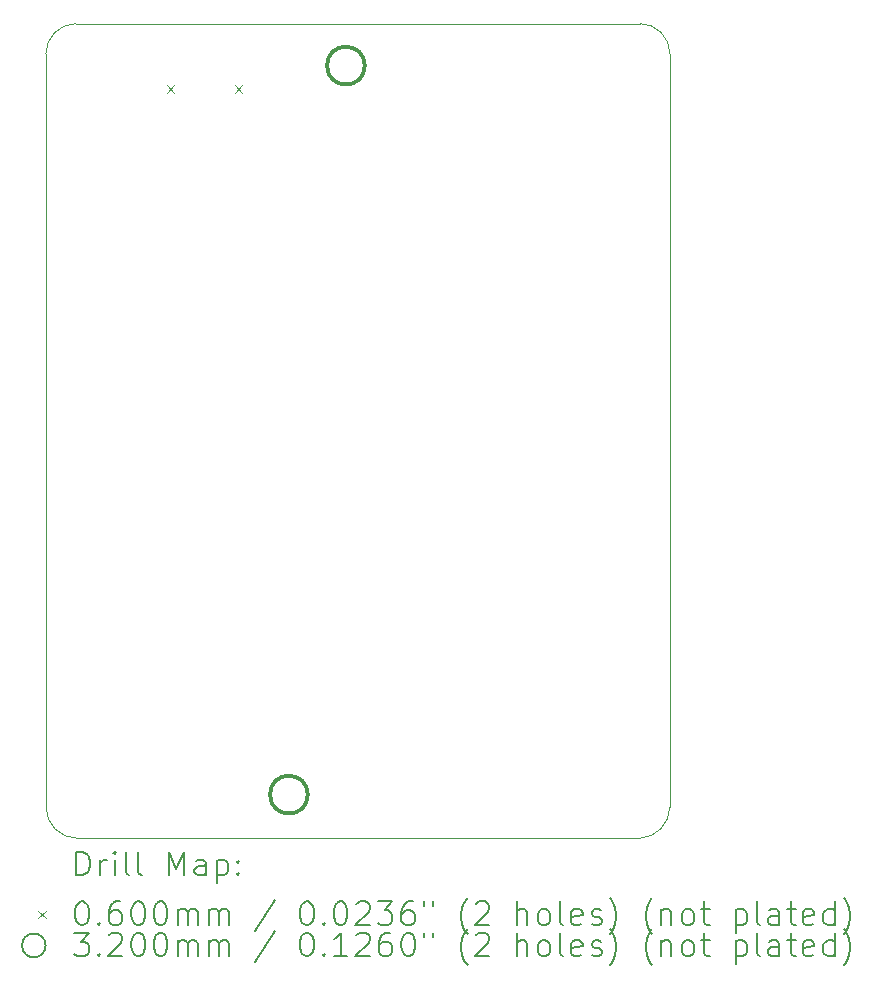
<source format=gbr>
%TF.GenerationSoftware,KiCad,Pcbnew,8.0.0*%
%TF.CreationDate,2024-04-15T20:03:40+02:00*%
%TF.ProjectId,MuntsorteerderESP,4d756e74-736f-4727-9465-657264657245,rev?*%
%TF.SameCoordinates,Original*%
%TF.FileFunction,Drillmap*%
%TF.FilePolarity,Positive*%
%FSLAX45Y45*%
G04 Gerber Fmt 4.5, Leading zero omitted, Abs format (unit mm)*
G04 Created by KiCad (PCBNEW 8.0.0) date 2024-04-15 20:03:40*
%MOMM*%
%LPD*%
G01*
G04 APERTURE LIST*
%ADD10C,0.050000*%
%ADD11C,0.200000*%
%ADD12C,0.100000*%
%ADD13C,0.320000*%
G04 APERTURE END LIST*
D10*
X12192000Y-9271000D02*
X12191994Y-2897405D01*
X12446000Y-2641600D02*
X17221200Y-2641600D01*
X12458705Y-9539505D02*
G75*
G02*
X12191999Y-9271000I1805J268505D01*
G01*
X12191994Y-2897405D02*
G75*
G02*
X12446000Y-2641600I255816J-5D01*
G01*
X17475200Y-9271000D02*
G75*
G02*
X17218396Y-9539504I-268770J0D01*
G01*
X17475200Y-2895600D02*
X17475200Y-9271000D01*
X17218396Y-9539505D02*
X12458705Y-9539505D01*
X17221200Y-2641600D02*
G75*
G02*
X17475200Y-2895600I0J-254000D01*
G01*
D11*
D12*
X13218500Y-3165000D02*
X13278500Y-3225000D01*
X13278500Y-3165000D02*
X13218500Y-3225000D01*
X13796500Y-3165000D02*
X13856500Y-3225000D01*
X13856500Y-3165000D02*
X13796500Y-3225000D01*
D13*
X14409400Y-9169400D02*
G75*
G02*
X14089400Y-9169400I-160000J0D01*
G01*
X14089400Y-9169400D02*
G75*
G02*
X14409400Y-9169400I160000J0D01*
G01*
X14892000Y-2997200D02*
G75*
G02*
X14572000Y-2997200I-160000J0D01*
G01*
X14572000Y-2997200D02*
G75*
G02*
X14892000Y-2997200I160000J0D01*
G01*
D11*
X12450270Y-9853489D02*
X12450270Y-9653489D01*
X12450270Y-9653489D02*
X12497889Y-9653489D01*
X12497889Y-9653489D02*
X12526461Y-9663013D01*
X12526461Y-9663013D02*
X12545509Y-9682060D01*
X12545509Y-9682060D02*
X12555032Y-9701108D01*
X12555032Y-9701108D02*
X12564556Y-9739203D01*
X12564556Y-9739203D02*
X12564556Y-9767775D01*
X12564556Y-9767775D02*
X12555032Y-9805870D01*
X12555032Y-9805870D02*
X12545509Y-9824917D01*
X12545509Y-9824917D02*
X12526461Y-9843965D01*
X12526461Y-9843965D02*
X12497889Y-9853489D01*
X12497889Y-9853489D02*
X12450270Y-9853489D01*
X12650270Y-9853489D02*
X12650270Y-9720155D01*
X12650270Y-9758251D02*
X12659794Y-9739203D01*
X12659794Y-9739203D02*
X12669318Y-9729679D01*
X12669318Y-9729679D02*
X12688366Y-9720155D01*
X12688366Y-9720155D02*
X12707413Y-9720155D01*
X12774080Y-9853489D02*
X12774080Y-9720155D01*
X12774080Y-9653489D02*
X12764556Y-9663013D01*
X12764556Y-9663013D02*
X12774080Y-9672536D01*
X12774080Y-9672536D02*
X12783604Y-9663013D01*
X12783604Y-9663013D02*
X12774080Y-9653489D01*
X12774080Y-9653489D02*
X12774080Y-9672536D01*
X12897889Y-9853489D02*
X12878842Y-9843965D01*
X12878842Y-9843965D02*
X12869318Y-9824917D01*
X12869318Y-9824917D02*
X12869318Y-9653489D01*
X13002651Y-9853489D02*
X12983604Y-9843965D01*
X12983604Y-9843965D02*
X12974080Y-9824917D01*
X12974080Y-9824917D02*
X12974080Y-9653489D01*
X13231223Y-9853489D02*
X13231223Y-9653489D01*
X13231223Y-9653489D02*
X13297890Y-9796346D01*
X13297890Y-9796346D02*
X13364556Y-9653489D01*
X13364556Y-9653489D02*
X13364556Y-9853489D01*
X13545509Y-9853489D02*
X13545509Y-9748727D01*
X13545509Y-9748727D02*
X13535985Y-9729679D01*
X13535985Y-9729679D02*
X13516937Y-9720155D01*
X13516937Y-9720155D02*
X13478842Y-9720155D01*
X13478842Y-9720155D02*
X13459794Y-9729679D01*
X13545509Y-9843965D02*
X13526461Y-9853489D01*
X13526461Y-9853489D02*
X13478842Y-9853489D01*
X13478842Y-9853489D02*
X13459794Y-9843965D01*
X13459794Y-9843965D02*
X13450270Y-9824917D01*
X13450270Y-9824917D02*
X13450270Y-9805870D01*
X13450270Y-9805870D02*
X13459794Y-9786822D01*
X13459794Y-9786822D02*
X13478842Y-9777298D01*
X13478842Y-9777298D02*
X13526461Y-9777298D01*
X13526461Y-9777298D02*
X13545509Y-9767775D01*
X13640747Y-9720155D02*
X13640747Y-9920155D01*
X13640747Y-9729679D02*
X13659794Y-9720155D01*
X13659794Y-9720155D02*
X13697890Y-9720155D01*
X13697890Y-9720155D02*
X13716937Y-9729679D01*
X13716937Y-9729679D02*
X13726461Y-9739203D01*
X13726461Y-9739203D02*
X13735985Y-9758251D01*
X13735985Y-9758251D02*
X13735985Y-9815394D01*
X13735985Y-9815394D02*
X13726461Y-9834441D01*
X13726461Y-9834441D02*
X13716937Y-9843965D01*
X13716937Y-9843965D02*
X13697890Y-9853489D01*
X13697890Y-9853489D02*
X13659794Y-9853489D01*
X13659794Y-9853489D02*
X13640747Y-9843965D01*
X13821699Y-9834441D02*
X13831223Y-9843965D01*
X13831223Y-9843965D02*
X13821699Y-9853489D01*
X13821699Y-9853489D02*
X13812175Y-9843965D01*
X13812175Y-9843965D02*
X13821699Y-9834441D01*
X13821699Y-9834441D02*
X13821699Y-9853489D01*
X13821699Y-9729679D02*
X13831223Y-9739203D01*
X13831223Y-9739203D02*
X13821699Y-9748727D01*
X13821699Y-9748727D02*
X13812175Y-9739203D01*
X13812175Y-9739203D02*
X13821699Y-9729679D01*
X13821699Y-9729679D02*
X13821699Y-9748727D01*
D12*
X12129494Y-10152005D02*
X12189494Y-10212005D01*
X12189494Y-10152005D02*
X12129494Y-10212005D01*
D11*
X12488366Y-10073489D02*
X12507413Y-10073489D01*
X12507413Y-10073489D02*
X12526461Y-10083013D01*
X12526461Y-10083013D02*
X12535985Y-10092536D01*
X12535985Y-10092536D02*
X12545509Y-10111584D01*
X12545509Y-10111584D02*
X12555032Y-10149679D01*
X12555032Y-10149679D02*
X12555032Y-10197298D01*
X12555032Y-10197298D02*
X12545509Y-10235394D01*
X12545509Y-10235394D02*
X12535985Y-10254441D01*
X12535985Y-10254441D02*
X12526461Y-10263965D01*
X12526461Y-10263965D02*
X12507413Y-10273489D01*
X12507413Y-10273489D02*
X12488366Y-10273489D01*
X12488366Y-10273489D02*
X12469318Y-10263965D01*
X12469318Y-10263965D02*
X12459794Y-10254441D01*
X12459794Y-10254441D02*
X12450270Y-10235394D01*
X12450270Y-10235394D02*
X12440747Y-10197298D01*
X12440747Y-10197298D02*
X12440747Y-10149679D01*
X12440747Y-10149679D02*
X12450270Y-10111584D01*
X12450270Y-10111584D02*
X12459794Y-10092536D01*
X12459794Y-10092536D02*
X12469318Y-10083013D01*
X12469318Y-10083013D02*
X12488366Y-10073489D01*
X12640747Y-10254441D02*
X12650270Y-10263965D01*
X12650270Y-10263965D02*
X12640747Y-10273489D01*
X12640747Y-10273489D02*
X12631223Y-10263965D01*
X12631223Y-10263965D02*
X12640747Y-10254441D01*
X12640747Y-10254441D02*
X12640747Y-10273489D01*
X12821699Y-10073489D02*
X12783604Y-10073489D01*
X12783604Y-10073489D02*
X12764556Y-10083013D01*
X12764556Y-10083013D02*
X12755032Y-10092536D01*
X12755032Y-10092536D02*
X12735985Y-10121108D01*
X12735985Y-10121108D02*
X12726461Y-10159203D01*
X12726461Y-10159203D02*
X12726461Y-10235394D01*
X12726461Y-10235394D02*
X12735985Y-10254441D01*
X12735985Y-10254441D02*
X12745509Y-10263965D01*
X12745509Y-10263965D02*
X12764556Y-10273489D01*
X12764556Y-10273489D02*
X12802651Y-10273489D01*
X12802651Y-10273489D02*
X12821699Y-10263965D01*
X12821699Y-10263965D02*
X12831223Y-10254441D01*
X12831223Y-10254441D02*
X12840747Y-10235394D01*
X12840747Y-10235394D02*
X12840747Y-10187775D01*
X12840747Y-10187775D02*
X12831223Y-10168727D01*
X12831223Y-10168727D02*
X12821699Y-10159203D01*
X12821699Y-10159203D02*
X12802651Y-10149679D01*
X12802651Y-10149679D02*
X12764556Y-10149679D01*
X12764556Y-10149679D02*
X12745509Y-10159203D01*
X12745509Y-10159203D02*
X12735985Y-10168727D01*
X12735985Y-10168727D02*
X12726461Y-10187775D01*
X12964556Y-10073489D02*
X12983604Y-10073489D01*
X12983604Y-10073489D02*
X13002651Y-10083013D01*
X13002651Y-10083013D02*
X13012175Y-10092536D01*
X13012175Y-10092536D02*
X13021699Y-10111584D01*
X13021699Y-10111584D02*
X13031223Y-10149679D01*
X13031223Y-10149679D02*
X13031223Y-10197298D01*
X13031223Y-10197298D02*
X13021699Y-10235394D01*
X13021699Y-10235394D02*
X13012175Y-10254441D01*
X13012175Y-10254441D02*
X13002651Y-10263965D01*
X13002651Y-10263965D02*
X12983604Y-10273489D01*
X12983604Y-10273489D02*
X12964556Y-10273489D01*
X12964556Y-10273489D02*
X12945509Y-10263965D01*
X12945509Y-10263965D02*
X12935985Y-10254441D01*
X12935985Y-10254441D02*
X12926461Y-10235394D01*
X12926461Y-10235394D02*
X12916937Y-10197298D01*
X12916937Y-10197298D02*
X12916937Y-10149679D01*
X12916937Y-10149679D02*
X12926461Y-10111584D01*
X12926461Y-10111584D02*
X12935985Y-10092536D01*
X12935985Y-10092536D02*
X12945509Y-10083013D01*
X12945509Y-10083013D02*
X12964556Y-10073489D01*
X13155032Y-10073489D02*
X13174080Y-10073489D01*
X13174080Y-10073489D02*
X13193128Y-10083013D01*
X13193128Y-10083013D02*
X13202651Y-10092536D01*
X13202651Y-10092536D02*
X13212175Y-10111584D01*
X13212175Y-10111584D02*
X13221699Y-10149679D01*
X13221699Y-10149679D02*
X13221699Y-10197298D01*
X13221699Y-10197298D02*
X13212175Y-10235394D01*
X13212175Y-10235394D02*
X13202651Y-10254441D01*
X13202651Y-10254441D02*
X13193128Y-10263965D01*
X13193128Y-10263965D02*
X13174080Y-10273489D01*
X13174080Y-10273489D02*
X13155032Y-10273489D01*
X13155032Y-10273489D02*
X13135985Y-10263965D01*
X13135985Y-10263965D02*
X13126461Y-10254441D01*
X13126461Y-10254441D02*
X13116937Y-10235394D01*
X13116937Y-10235394D02*
X13107413Y-10197298D01*
X13107413Y-10197298D02*
X13107413Y-10149679D01*
X13107413Y-10149679D02*
X13116937Y-10111584D01*
X13116937Y-10111584D02*
X13126461Y-10092536D01*
X13126461Y-10092536D02*
X13135985Y-10083013D01*
X13135985Y-10083013D02*
X13155032Y-10073489D01*
X13307413Y-10273489D02*
X13307413Y-10140155D01*
X13307413Y-10159203D02*
X13316937Y-10149679D01*
X13316937Y-10149679D02*
X13335985Y-10140155D01*
X13335985Y-10140155D02*
X13364556Y-10140155D01*
X13364556Y-10140155D02*
X13383604Y-10149679D01*
X13383604Y-10149679D02*
X13393128Y-10168727D01*
X13393128Y-10168727D02*
X13393128Y-10273489D01*
X13393128Y-10168727D02*
X13402651Y-10149679D01*
X13402651Y-10149679D02*
X13421699Y-10140155D01*
X13421699Y-10140155D02*
X13450270Y-10140155D01*
X13450270Y-10140155D02*
X13469318Y-10149679D01*
X13469318Y-10149679D02*
X13478842Y-10168727D01*
X13478842Y-10168727D02*
X13478842Y-10273489D01*
X13574080Y-10273489D02*
X13574080Y-10140155D01*
X13574080Y-10159203D02*
X13583604Y-10149679D01*
X13583604Y-10149679D02*
X13602651Y-10140155D01*
X13602651Y-10140155D02*
X13631223Y-10140155D01*
X13631223Y-10140155D02*
X13650271Y-10149679D01*
X13650271Y-10149679D02*
X13659794Y-10168727D01*
X13659794Y-10168727D02*
X13659794Y-10273489D01*
X13659794Y-10168727D02*
X13669318Y-10149679D01*
X13669318Y-10149679D02*
X13688366Y-10140155D01*
X13688366Y-10140155D02*
X13716937Y-10140155D01*
X13716937Y-10140155D02*
X13735985Y-10149679D01*
X13735985Y-10149679D02*
X13745509Y-10168727D01*
X13745509Y-10168727D02*
X13745509Y-10273489D01*
X14135985Y-10063965D02*
X13964556Y-10321108D01*
X14393128Y-10073489D02*
X14412175Y-10073489D01*
X14412175Y-10073489D02*
X14431223Y-10083013D01*
X14431223Y-10083013D02*
X14440747Y-10092536D01*
X14440747Y-10092536D02*
X14450271Y-10111584D01*
X14450271Y-10111584D02*
X14459794Y-10149679D01*
X14459794Y-10149679D02*
X14459794Y-10197298D01*
X14459794Y-10197298D02*
X14450271Y-10235394D01*
X14450271Y-10235394D02*
X14440747Y-10254441D01*
X14440747Y-10254441D02*
X14431223Y-10263965D01*
X14431223Y-10263965D02*
X14412175Y-10273489D01*
X14412175Y-10273489D02*
X14393128Y-10273489D01*
X14393128Y-10273489D02*
X14374080Y-10263965D01*
X14374080Y-10263965D02*
X14364556Y-10254441D01*
X14364556Y-10254441D02*
X14355033Y-10235394D01*
X14355033Y-10235394D02*
X14345509Y-10197298D01*
X14345509Y-10197298D02*
X14345509Y-10149679D01*
X14345509Y-10149679D02*
X14355033Y-10111584D01*
X14355033Y-10111584D02*
X14364556Y-10092536D01*
X14364556Y-10092536D02*
X14374080Y-10083013D01*
X14374080Y-10083013D02*
X14393128Y-10073489D01*
X14545509Y-10254441D02*
X14555033Y-10263965D01*
X14555033Y-10263965D02*
X14545509Y-10273489D01*
X14545509Y-10273489D02*
X14535985Y-10263965D01*
X14535985Y-10263965D02*
X14545509Y-10254441D01*
X14545509Y-10254441D02*
X14545509Y-10273489D01*
X14678842Y-10073489D02*
X14697890Y-10073489D01*
X14697890Y-10073489D02*
X14716937Y-10083013D01*
X14716937Y-10083013D02*
X14726461Y-10092536D01*
X14726461Y-10092536D02*
X14735985Y-10111584D01*
X14735985Y-10111584D02*
X14745509Y-10149679D01*
X14745509Y-10149679D02*
X14745509Y-10197298D01*
X14745509Y-10197298D02*
X14735985Y-10235394D01*
X14735985Y-10235394D02*
X14726461Y-10254441D01*
X14726461Y-10254441D02*
X14716937Y-10263965D01*
X14716937Y-10263965D02*
X14697890Y-10273489D01*
X14697890Y-10273489D02*
X14678842Y-10273489D01*
X14678842Y-10273489D02*
X14659794Y-10263965D01*
X14659794Y-10263965D02*
X14650271Y-10254441D01*
X14650271Y-10254441D02*
X14640747Y-10235394D01*
X14640747Y-10235394D02*
X14631223Y-10197298D01*
X14631223Y-10197298D02*
X14631223Y-10149679D01*
X14631223Y-10149679D02*
X14640747Y-10111584D01*
X14640747Y-10111584D02*
X14650271Y-10092536D01*
X14650271Y-10092536D02*
X14659794Y-10083013D01*
X14659794Y-10083013D02*
X14678842Y-10073489D01*
X14821699Y-10092536D02*
X14831223Y-10083013D01*
X14831223Y-10083013D02*
X14850271Y-10073489D01*
X14850271Y-10073489D02*
X14897890Y-10073489D01*
X14897890Y-10073489D02*
X14916937Y-10083013D01*
X14916937Y-10083013D02*
X14926461Y-10092536D01*
X14926461Y-10092536D02*
X14935985Y-10111584D01*
X14935985Y-10111584D02*
X14935985Y-10130632D01*
X14935985Y-10130632D02*
X14926461Y-10159203D01*
X14926461Y-10159203D02*
X14812175Y-10273489D01*
X14812175Y-10273489D02*
X14935985Y-10273489D01*
X15002652Y-10073489D02*
X15126461Y-10073489D01*
X15126461Y-10073489D02*
X15059794Y-10149679D01*
X15059794Y-10149679D02*
X15088366Y-10149679D01*
X15088366Y-10149679D02*
X15107414Y-10159203D01*
X15107414Y-10159203D02*
X15116937Y-10168727D01*
X15116937Y-10168727D02*
X15126461Y-10187775D01*
X15126461Y-10187775D02*
X15126461Y-10235394D01*
X15126461Y-10235394D02*
X15116937Y-10254441D01*
X15116937Y-10254441D02*
X15107414Y-10263965D01*
X15107414Y-10263965D02*
X15088366Y-10273489D01*
X15088366Y-10273489D02*
X15031223Y-10273489D01*
X15031223Y-10273489D02*
X15012175Y-10263965D01*
X15012175Y-10263965D02*
X15002652Y-10254441D01*
X15297890Y-10073489D02*
X15259794Y-10073489D01*
X15259794Y-10073489D02*
X15240747Y-10083013D01*
X15240747Y-10083013D02*
X15231223Y-10092536D01*
X15231223Y-10092536D02*
X15212175Y-10121108D01*
X15212175Y-10121108D02*
X15202652Y-10159203D01*
X15202652Y-10159203D02*
X15202652Y-10235394D01*
X15202652Y-10235394D02*
X15212175Y-10254441D01*
X15212175Y-10254441D02*
X15221699Y-10263965D01*
X15221699Y-10263965D02*
X15240747Y-10273489D01*
X15240747Y-10273489D02*
X15278842Y-10273489D01*
X15278842Y-10273489D02*
X15297890Y-10263965D01*
X15297890Y-10263965D02*
X15307414Y-10254441D01*
X15307414Y-10254441D02*
X15316937Y-10235394D01*
X15316937Y-10235394D02*
X15316937Y-10187775D01*
X15316937Y-10187775D02*
X15307414Y-10168727D01*
X15307414Y-10168727D02*
X15297890Y-10159203D01*
X15297890Y-10159203D02*
X15278842Y-10149679D01*
X15278842Y-10149679D02*
X15240747Y-10149679D01*
X15240747Y-10149679D02*
X15221699Y-10159203D01*
X15221699Y-10159203D02*
X15212175Y-10168727D01*
X15212175Y-10168727D02*
X15202652Y-10187775D01*
X15393128Y-10073489D02*
X15393128Y-10111584D01*
X15469318Y-10073489D02*
X15469318Y-10111584D01*
X15764557Y-10349679D02*
X15755033Y-10340155D01*
X15755033Y-10340155D02*
X15735985Y-10311584D01*
X15735985Y-10311584D02*
X15726461Y-10292536D01*
X15726461Y-10292536D02*
X15716937Y-10263965D01*
X15716937Y-10263965D02*
X15707414Y-10216346D01*
X15707414Y-10216346D02*
X15707414Y-10178251D01*
X15707414Y-10178251D02*
X15716937Y-10130632D01*
X15716937Y-10130632D02*
X15726461Y-10102060D01*
X15726461Y-10102060D02*
X15735985Y-10083013D01*
X15735985Y-10083013D02*
X15755033Y-10054441D01*
X15755033Y-10054441D02*
X15764557Y-10044917D01*
X15831223Y-10092536D02*
X15840747Y-10083013D01*
X15840747Y-10083013D02*
X15859795Y-10073489D01*
X15859795Y-10073489D02*
X15907414Y-10073489D01*
X15907414Y-10073489D02*
X15926461Y-10083013D01*
X15926461Y-10083013D02*
X15935985Y-10092536D01*
X15935985Y-10092536D02*
X15945509Y-10111584D01*
X15945509Y-10111584D02*
X15945509Y-10130632D01*
X15945509Y-10130632D02*
X15935985Y-10159203D01*
X15935985Y-10159203D02*
X15821699Y-10273489D01*
X15821699Y-10273489D02*
X15945509Y-10273489D01*
X16183604Y-10273489D02*
X16183604Y-10073489D01*
X16269318Y-10273489D02*
X16269318Y-10168727D01*
X16269318Y-10168727D02*
X16259795Y-10149679D01*
X16259795Y-10149679D02*
X16240747Y-10140155D01*
X16240747Y-10140155D02*
X16212176Y-10140155D01*
X16212176Y-10140155D02*
X16193128Y-10149679D01*
X16193128Y-10149679D02*
X16183604Y-10159203D01*
X16393128Y-10273489D02*
X16374080Y-10263965D01*
X16374080Y-10263965D02*
X16364557Y-10254441D01*
X16364557Y-10254441D02*
X16355033Y-10235394D01*
X16355033Y-10235394D02*
X16355033Y-10178251D01*
X16355033Y-10178251D02*
X16364557Y-10159203D01*
X16364557Y-10159203D02*
X16374080Y-10149679D01*
X16374080Y-10149679D02*
X16393128Y-10140155D01*
X16393128Y-10140155D02*
X16421699Y-10140155D01*
X16421699Y-10140155D02*
X16440747Y-10149679D01*
X16440747Y-10149679D02*
X16450271Y-10159203D01*
X16450271Y-10159203D02*
X16459795Y-10178251D01*
X16459795Y-10178251D02*
X16459795Y-10235394D01*
X16459795Y-10235394D02*
X16450271Y-10254441D01*
X16450271Y-10254441D02*
X16440747Y-10263965D01*
X16440747Y-10263965D02*
X16421699Y-10273489D01*
X16421699Y-10273489D02*
X16393128Y-10273489D01*
X16574080Y-10273489D02*
X16555033Y-10263965D01*
X16555033Y-10263965D02*
X16545509Y-10244917D01*
X16545509Y-10244917D02*
X16545509Y-10073489D01*
X16726461Y-10263965D02*
X16707414Y-10273489D01*
X16707414Y-10273489D02*
X16669318Y-10273489D01*
X16669318Y-10273489D02*
X16650271Y-10263965D01*
X16650271Y-10263965D02*
X16640747Y-10244917D01*
X16640747Y-10244917D02*
X16640747Y-10168727D01*
X16640747Y-10168727D02*
X16650271Y-10149679D01*
X16650271Y-10149679D02*
X16669318Y-10140155D01*
X16669318Y-10140155D02*
X16707414Y-10140155D01*
X16707414Y-10140155D02*
X16726461Y-10149679D01*
X16726461Y-10149679D02*
X16735985Y-10168727D01*
X16735985Y-10168727D02*
X16735985Y-10187775D01*
X16735985Y-10187775D02*
X16640747Y-10206822D01*
X16812176Y-10263965D02*
X16831223Y-10273489D01*
X16831223Y-10273489D02*
X16869319Y-10273489D01*
X16869319Y-10273489D02*
X16888366Y-10263965D01*
X16888366Y-10263965D02*
X16897890Y-10244917D01*
X16897890Y-10244917D02*
X16897890Y-10235394D01*
X16897890Y-10235394D02*
X16888366Y-10216346D01*
X16888366Y-10216346D02*
X16869319Y-10206822D01*
X16869319Y-10206822D02*
X16840747Y-10206822D01*
X16840747Y-10206822D02*
X16821700Y-10197298D01*
X16821700Y-10197298D02*
X16812176Y-10178251D01*
X16812176Y-10178251D02*
X16812176Y-10168727D01*
X16812176Y-10168727D02*
X16821700Y-10149679D01*
X16821700Y-10149679D02*
X16840747Y-10140155D01*
X16840747Y-10140155D02*
X16869319Y-10140155D01*
X16869319Y-10140155D02*
X16888366Y-10149679D01*
X16964557Y-10349679D02*
X16974081Y-10340155D01*
X16974081Y-10340155D02*
X16993128Y-10311584D01*
X16993128Y-10311584D02*
X17002652Y-10292536D01*
X17002652Y-10292536D02*
X17012176Y-10263965D01*
X17012176Y-10263965D02*
X17021700Y-10216346D01*
X17021700Y-10216346D02*
X17021700Y-10178251D01*
X17021700Y-10178251D02*
X17012176Y-10130632D01*
X17012176Y-10130632D02*
X17002652Y-10102060D01*
X17002652Y-10102060D02*
X16993128Y-10083013D01*
X16993128Y-10083013D02*
X16974081Y-10054441D01*
X16974081Y-10054441D02*
X16964557Y-10044917D01*
X17326462Y-10349679D02*
X17316938Y-10340155D01*
X17316938Y-10340155D02*
X17297890Y-10311584D01*
X17297890Y-10311584D02*
X17288366Y-10292536D01*
X17288366Y-10292536D02*
X17278842Y-10263965D01*
X17278842Y-10263965D02*
X17269319Y-10216346D01*
X17269319Y-10216346D02*
X17269319Y-10178251D01*
X17269319Y-10178251D02*
X17278842Y-10130632D01*
X17278842Y-10130632D02*
X17288366Y-10102060D01*
X17288366Y-10102060D02*
X17297890Y-10083013D01*
X17297890Y-10083013D02*
X17316938Y-10054441D01*
X17316938Y-10054441D02*
X17326462Y-10044917D01*
X17402652Y-10140155D02*
X17402652Y-10273489D01*
X17402652Y-10159203D02*
X17412176Y-10149679D01*
X17412176Y-10149679D02*
X17431223Y-10140155D01*
X17431223Y-10140155D02*
X17459795Y-10140155D01*
X17459795Y-10140155D02*
X17478842Y-10149679D01*
X17478842Y-10149679D02*
X17488366Y-10168727D01*
X17488366Y-10168727D02*
X17488366Y-10273489D01*
X17612176Y-10273489D02*
X17593128Y-10263965D01*
X17593128Y-10263965D02*
X17583604Y-10254441D01*
X17583604Y-10254441D02*
X17574081Y-10235394D01*
X17574081Y-10235394D02*
X17574081Y-10178251D01*
X17574081Y-10178251D02*
X17583604Y-10159203D01*
X17583604Y-10159203D02*
X17593128Y-10149679D01*
X17593128Y-10149679D02*
X17612176Y-10140155D01*
X17612176Y-10140155D02*
X17640747Y-10140155D01*
X17640747Y-10140155D02*
X17659795Y-10149679D01*
X17659795Y-10149679D02*
X17669319Y-10159203D01*
X17669319Y-10159203D02*
X17678842Y-10178251D01*
X17678842Y-10178251D02*
X17678842Y-10235394D01*
X17678842Y-10235394D02*
X17669319Y-10254441D01*
X17669319Y-10254441D02*
X17659795Y-10263965D01*
X17659795Y-10263965D02*
X17640747Y-10273489D01*
X17640747Y-10273489D02*
X17612176Y-10273489D01*
X17735985Y-10140155D02*
X17812176Y-10140155D01*
X17764557Y-10073489D02*
X17764557Y-10244917D01*
X17764557Y-10244917D02*
X17774081Y-10263965D01*
X17774081Y-10263965D02*
X17793128Y-10273489D01*
X17793128Y-10273489D02*
X17812176Y-10273489D01*
X18031223Y-10140155D02*
X18031223Y-10340155D01*
X18031223Y-10149679D02*
X18050271Y-10140155D01*
X18050271Y-10140155D02*
X18088366Y-10140155D01*
X18088366Y-10140155D02*
X18107414Y-10149679D01*
X18107414Y-10149679D02*
X18116938Y-10159203D01*
X18116938Y-10159203D02*
X18126462Y-10178251D01*
X18126462Y-10178251D02*
X18126462Y-10235394D01*
X18126462Y-10235394D02*
X18116938Y-10254441D01*
X18116938Y-10254441D02*
X18107414Y-10263965D01*
X18107414Y-10263965D02*
X18088366Y-10273489D01*
X18088366Y-10273489D02*
X18050271Y-10273489D01*
X18050271Y-10273489D02*
X18031223Y-10263965D01*
X18240747Y-10273489D02*
X18221700Y-10263965D01*
X18221700Y-10263965D02*
X18212176Y-10244917D01*
X18212176Y-10244917D02*
X18212176Y-10073489D01*
X18402652Y-10273489D02*
X18402652Y-10168727D01*
X18402652Y-10168727D02*
X18393128Y-10149679D01*
X18393128Y-10149679D02*
X18374081Y-10140155D01*
X18374081Y-10140155D02*
X18335985Y-10140155D01*
X18335985Y-10140155D02*
X18316938Y-10149679D01*
X18402652Y-10263965D02*
X18383604Y-10273489D01*
X18383604Y-10273489D02*
X18335985Y-10273489D01*
X18335985Y-10273489D02*
X18316938Y-10263965D01*
X18316938Y-10263965D02*
X18307414Y-10244917D01*
X18307414Y-10244917D02*
X18307414Y-10225870D01*
X18307414Y-10225870D02*
X18316938Y-10206822D01*
X18316938Y-10206822D02*
X18335985Y-10197298D01*
X18335985Y-10197298D02*
X18383604Y-10197298D01*
X18383604Y-10197298D02*
X18402652Y-10187775D01*
X18469319Y-10140155D02*
X18545509Y-10140155D01*
X18497890Y-10073489D02*
X18497890Y-10244917D01*
X18497890Y-10244917D02*
X18507414Y-10263965D01*
X18507414Y-10263965D02*
X18526462Y-10273489D01*
X18526462Y-10273489D02*
X18545509Y-10273489D01*
X18688366Y-10263965D02*
X18669319Y-10273489D01*
X18669319Y-10273489D02*
X18631223Y-10273489D01*
X18631223Y-10273489D02*
X18612176Y-10263965D01*
X18612176Y-10263965D02*
X18602652Y-10244917D01*
X18602652Y-10244917D02*
X18602652Y-10168727D01*
X18602652Y-10168727D02*
X18612176Y-10149679D01*
X18612176Y-10149679D02*
X18631223Y-10140155D01*
X18631223Y-10140155D02*
X18669319Y-10140155D01*
X18669319Y-10140155D02*
X18688366Y-10149679D01*
X18688366Y-10149679D02*
X18697890Y-10168727D01*
X18697890Y-10168727D02*
X18697890Y-10187775D01*
X18697890Y-10187775D02*
X18602652Y-10206822D01*
X18869319Y-10273489D02*
X18869319Y-10073489D01*
X18869319Y-10263965D02*
X18850271Y-10273489D01*
X18850271Y-10273489D02*
X18812176Y-10273489D01*
X18812176Y-10273489D02*
X18793128Y-10263965D01*
X18793128Y-10263965D02*
X18783604Y-10254441D01*
X18783604Y-10254441D02*
X18774081Y-10235394D01*
X18774081Y-10235394D02*
X18774081Y-10178251D01*
X18774081Y-10178251D02*
X18783604Y-10159203D01*
X18783604Y-10159203D02*
X18793128Y-10149679D01*
X18793128Y-10149679D02*
X18812176Y-10140155D01*
X18812176Y-10140155D02*
X18850271Y-10140155D01*
X18850271Y-10140155D02*
X18869319Y-10149679D01*
X18945509Y-10349679D02*
X18955033Y-10340155D01*
X18955033Y-10340155D02*
X18974081Y-10311584D01*
X18974081Y-10311584D02*
X18983604Y-10292536D01*
X18983604Y-10292536D02*
X18993128Y-10263965D01*
X18993128Y-10263965D02*
X19002652Y-10216346D01*
X19002652Y-10216346D02*
X19002652Y-10178251D01*
X19002652Y-10178251D02*
X18993128Y-10130632D01*
X18993128Y-10130632D02*
X18983604Y-10102060D01*
X18983604Y-10102060D02*
X18974081Y-10083013D01*
X18974081Y-10083013D02*
X18955033Y-10054441D01*
X18955033Y-10054441D02*
X18945509Y-10044917D01*
X12189494Y-10446005D02*
G75*
G02*
X11989494Y-10446005I-100000J0D01*
G01*
X11989494Y-10446005D02*
G75*
G02*
X12189494Y-10446005I100000J0D01*
G01*
X12431223Y-10337489D02*
X12555032Y-10337489D01*
X12555032Y-10337489D02*
X12488366Y-10413679D01*
X12488366Y-10413679D02*
X12516937Y-10413679D01*
X12516937Y-10413679D02*
X12535985Y-10423203D01*
X12535985Y-10423203D02*
X12545509Y-10432727D01*
X12545509Y-10432727D02*
X12555032Y-10451775D01*
X12555032Y-10451775D02*
X12555032Y-10499394D01*
X12555032Y-10499394D02*
X12545509Y-10518441D01*
X12545509Y-10518441D02*
X12535985Y-10527965D01*
X12535985Y-10527965D02*
X12516937Y-10537489D01*
X12516937Y-10537489D02*
X12459794Y-10537489D01*
X12459794Y-10537489D02*
X12440747Y-10527965D01*
X12440747Y-10527965D02*
X12431223Y-10518441D01*
X12640747Y-10518441D02*
X12650270Y-10527965D01*
X12650270Y-10527965D02*
X12640747Y-10537489D01*
X12640747Y-10537489D02*
X12631223Y-10527965D01*
X12631223Y-10527965D02*
X12640747Y-10518441D01*
X12640747Y-10518441D02*
X12640747Y-10537489D01*
X12726461Y-10356536D02*
X12735985Y-10347013D01*
X12735985Y-10347013D02*
X12755032Y-10337489D01*
X12755032Y-10337489D02*
X12802651Y-10337489D01*
X12802651Y-10337489D02*
X12821699Y-10347013D01*
X12821699Y-10347013D02*
X12831223Y-10356536D01*
X12831223Y-10356536D02*
X12840747Y-10375584D01*
X12840747Y-10375584D02*
X12840747Y-10394632D01*
X12840747Y-10394632D02*
X12831223Y-10423203D01*
X12831223Y-10423203D02*
X12716937Y-10537489D01*
X12716937Y-10537489D02*
X12840747Y-10537489D01*
X12964556Y-10337489D02*
X12983604Y-10337489D01*
X12983604Y-10337489D02*
X13002651Y-10347013D01*
X13002651Y-10347013D02*
X13012175Y-10356536D01*
X13012175Y-10356536D02*
X13021699Y-10375584D01*
X13021699Y-10375584D02*
X13031223Y-10413679D01*
X13031223Y-10413679D02*
X13031223Y-10461298D01*
X13031223Y-10461298D02*
X13021699Y-10499394D01*
X13021699Y-10499394D02*
X13012175Y-10518441D01*
X13012175Y-10518441D02*
X13002651Y-10527965D01*
X13002651Y-10527965D02*
X12983604Y-10537489D01*
X12983604Y-10537489D02*
X12964556Y-10537489D01*
X12964556Y-10537489D02*
X12945509Y-10527965D01*
X12945509Y-10527965D02*
X12935985Y-10518441D01*
X12935985Y-10518441D02*
X12926461Y-10499394D01*
X12926461Y-10499394D02*
X12916937Y-10461298D01*
X12916937Y-10461298D02*
X12916937Y-10413679D01*
X12916937Y-10413679D02*
X12926461Y-10375584D01*
X12926461Y-10375584D02*
X12935985Y-10356536D01*
X12935985Y-10356536D02*
X12945509Y-10347013D01*
X12945509Y-10347013D02*
X12964556Y-10337489D01*
X13155032Y-10337489D02*
X13174080Y-10337489D01*
X13174080Y-10337489D02*
X13193128Y-10347013D01*
X13193128Y-10347013D02*
X13202651Y-10356536D01*
X13202651Y-10356536D02*
X13212175Y-10375584D01*
X13212175Y-10375584D02*
X13221699Y-10413679D01*
X13221699Y-10413679D02*
X13221699Y-10461298D01*
X13221699Y-10461298D02*
X13212175Y-10499394D01*
X13212175Y-10499394D02*
X13202651Y-10518441D01*
X13202651Y-10518441D02*
X13193128Y-10527965D01*
X13193128Y-10527965D02*
X13174080Y-10537489D01*
X13174080Y-10537489D02*
X13155032Y-10537489D01*
X13155032Y-10537489D02*
X13135985Y-10527965D01*
X13135985Y-10527965D02*
X13126461Y-10518441D01*
X13126461Y-10518441D02*
X13116937Y-10499394D01*
X13116937Y-10499394D02*
X13107413Y-10461298D01*
X13107413Y-10461298D02*
X13107413Y-10413679D01*
X13107413Y-10413679D02*
X13116937Y-10375584D01*
X13116937Y-10375584D02*
X13126461Y-10356536D01*
X13126461Y-10356536D02*
X13135985Y-10347013D01*
X13135985Y-10347013D02*
X13155032Y-10337489D01*
X13307413Y-10537489D02*
X13307413Y-10404155D01*
X13307413Y-10423203D02*
X13316937Y-10413679D01*
X13316937Y-10413679D02*
X13335985Y-10404155D01*
X13335985Y-10404155D02*
X13364556Y-10404155D01*
X13364556Y-10404155D02*
X13383604Y-10413679D01*
X13383604Y-10413679D02*
X13393128Y-10432727D01*
X13393128Y-10432727D02*
X13393128Y-10537489D01*
X13393128Y-10432727D02*
X13402651Y-10413679D01*
X13402651Y-10413679D02*
X13421699Y-10404155D01*
X13421699Y-10404155D02*
X13450270Y-10404155D01*
X13450270Y-10404155D02*
X13469318Y-10413679D01*
X13469318Y-10413679D02*
X13478842Y-10432727D01*
X13478842Y-10432727D02*
X13478842Y-10537489D01*
X13574080Y-10537489D02*
X13574080Y-10404155D01*
X13574080Y-10423203D02*
X13583604Y-10413679D01*
X13583604Y-10413679D02*
X13602651Y-10404155D01*
X13602651Y-10404155D02*
X13631223Y-10404155D01*
X13631223Y-10404155D02*
X13650271Y-10413679D01*
X13650271Y-10413679D02*
X13659794Y-10432727D01*
X13659794Y-10432727D02*
X13659794Y-10537489D01*
X13659794Y-10432727D02*
X13669318Y-10413679D01*
X13669318Y-10413679D02*
X13688366Y-10404155D01*
X13688366Y-10404155D02*
X13716937Y-10404155D01*
X13716937Y-10404155D02*
X13735985Y-10413679D01*
X13735985Y-10413679D02*
X13745509Y-10432727D01*
X13745509Y-10432727D02*
X13745509Y-10537489D01*
X14135985Y-10327965D02*
X13964556Y-10585108D01*
X14393128Y-10337489D02*
X14412175Y-10337489D01*
X14412175Y-10337489D02*
X14431223Y-10347013D01*
X14431223Y-10347013D02*
X14440747Y-10356536D01*
X14440747Y-10356536D02*
X14450271Y-10375584D01*
X14450271Y-10375584D02*
X14459794Y-10413679D01*
X14459794Y-10413679D02*
X14459794Y-10461298D01*
X14459794Y-10461298D02*
X14450271Y-10499394D01*
X14450271Y-10499394D02*
X14440747Y-10518441D01*
X14440747Y-10518441D02*
X14431223Y-10527965D01*
X14431223Y-10527965D02*
X14412175Y-10537489D01*
X14412175Y-10537489D02*
X14393128Y-10537489D01*
X14393128Y-10537489D02*
X14374080Y-10527965D01*
X14374080Y-10527965D02*
X14364556Y-10518441D01*
X14364556Y-10518441D02*
X14355033Y-10499394D01*
X14355033Y-10499394D02*
X14345509Y-10461298D01*
X14345509Y-10461298D02*
X14345509Y-10413679D01*
X14345509Y-10413679D02*
X14355033Y-10375584D01*
X14355033Y-10375584D02*
X14364556Y-10356536D01*
X14364556Y-10356536D02*
X14374080Y-10347013D01*
X14374080Y-10347013D02*
X14393128Y-10337489D01*
X14545509Y-10518441D02*
X14555033Y-10527965D01*
X14555033Y-10527965D02*
X14545509Y-10537489D01*
X14545509Y-10537489D02*
X14535985Y-10527965D01*
X14535985Y-10527965D02*
X14545509Y-10518441D01*
X14545509Y-10518441D02*
X14545509Y-10537489D01*
X14745509Y-10537489D02*
X14631223Y-10537489D01*
X14688366Y-10537489D02*
X14688366Y-10337489D01*
X14688366Y-10337489D02*
X14669318Y-10366060D01*
X14669318Y-10366060D02*
X14650271Y-10385108D01*
X14650271Y-10385108D02*
X14631223Y-10394632D01*
X14821699Y-10356536D02*
X14831223Y-10347013D01*
X14831223Y-10347013D02*
X14850271Y-10337489D01*
X14850271Y-10337489D02*
X14897890Y-10337489D01*
X14897890Y-10337489D02*
X14916937Y-10347013D01*
X14916937Y-10347013D02*
X14926461Y-10356536D01*
X14926461Y-10356536D02*
X14935985Y-10375584D01*
X14935985Y-10375584D02*
X14935985Y-10394632D01*
X14935985Y-10394632D02*
X14926461Y-10423203D01*
X14926461Y-10423203D02*
X14812175Y-10537489D01*
X14812175Y-10537489D02*
X14935985Y-10537489D01*
X15107414Y-10337489D02*
X15069318Y-10337489D01*
X15069318Y-10337489D02*
X15050271Y-10347013D01*
X15050271Y-10347013D02*
X15040747Y-10356536D01*
X15040747Y-10356536D02*
X15021699Y-10385108D01*
X15021699Y-10385108D02*
X15012175Y-10423203D01*
X15012175Y-10423203D02*
X15012175Y-10499394D01*
X15012175Y-10499394D02*
X15021699Y-10518441D01*
X15021699Y-10518441D02*
X15031223Y-10527965D01*
X15031223Y-10527965D02*
X15050271Y-10537489D01*
X15050271Y-10537489D02*
X15088366Y-10537489D01*
X15088366Y-10537489D02*
X15107414Y-10527965D01*
X15107414Y-10527965D02*
X15116937Y-10518441D01*
X15116937Y-10518441D02*
X15126461Y-10499394D01*
X15126461Y-10499394D02*
X15126461Y-10451775D01*
X15126461Y-10451775D02*
X15116937Y-10432727D01*
X15116937Y-10432727D02*
X15107414Y-10423203D01*
X15107414Y-10423203D02*
X15088366Y-10413679D01*
X15088366Y-10413679D02*
X15050271Y-10413679D01*
X15050271Y-10413679D02*
X15031223Y-10423203D01*
X15031223Y-10423203D02*
X15021699Y-10432727D01*
X15021699Y-10432727D02*
X15012175Y-10451775D01*
X15250271Y-10337489D02*
X15269318Y-10337489D01*
X15269318Y-10337489D02*
X15288366Y-10347013D01*
X15288366Y-10347013D02*
X15297890Y-10356536D01*
X15297890Y-10356536D02*
X15307414Y-10375584D01*
X15307414Y-10375584D02*
X15316937Y-10413679D01*
X15316937Y-10413679D02*
X15316937Y-10461298D01*
X15316937Y-10461298D02*
X15307414Y-10499394D01*
X15307414Y-10499394D02*
X15297890Y-10518441D01*
X15297890Y-10518441D02*
X15288366Y-10527965D01*
X15288366Y-10527965D02*
X15269318Y-10537489D01*
X15269318Y-10537489D02*
X15250271Y-10537489D01*
X15250271Y-10537489D02*
X15231223Y-10527965D01*
X15231223Y-10527965D02*
X15221699Y-10518441D01*
X15221699Y-10518441D02*
X15212175Y-10499394D01*
X15212175Y-10499394D02*
X15202652Y-10461298D01*
X15202652Y-10461298D02*
X15202652Y-10413679D01*
X15202652Y-10413679D02*
X15212175Y-10375584D01*
X15212175Y-10375584D02*
X15221699Y-10356536D01*
X15221699Y-10356536D02*
X15231223Y-10347013D01*
X15231223Y-10347013D02*
X15250271Y-10337489D01*
X15393128Y-10337489D02*
X15393128Y-10375584D01*
X15469318Y-10337489D02*
X15469318Y-10375584D01*
X15764557Y-10613679D02*
X15755033Y-10604155D01*
X15755033Y-10604155D02*
X15735985Y-10575584D01*
X15735985Y-10575584D02*
X15726461Y-10556536D01*
X15726461Y-10556536D02*
X15716937Y-10527965D01*
X15716937Y-10527965D02*
X15707414Y-10480346D01*
X15707414Y-10480346D02*
X15707414Y-10442251D01*
X15707414Y-10442251D02*
X15716937Y-10394632D01*
X15716937Y-10394632D02*
X15726461Y-10366060D01*
X15726461Y-10366060D02*
X15735985Y-10347013D01*
X15735985Y-10347013D02*
X15755033Y-10318441D01*
X15755033Y-10318441D02*
X15764557Y-10308917D01*
X15831223Y-10356536D02*
X15840747Y-10347013D01*
X15840747Y-10347013D02*
X15859795Y-10337489D01*
X15859795Y-10337489D02*
X15907414Y-10337489D01*
X15907414Y-10337489D02*
X15926461Y-10347013D01*
X15926461Y-10347013D02*
X15935985Y-10356536D01*
X15935985Y-10356536D02*
X15945509Y-10375584D01*
X15945509Y-10375584D02*
X15945509Y-10394632D01*
X15945509Y-10394632D02*
X15935985Y-10423203D01*
X15935985Y-10423203D02*
X15821699Y-10537489D01*
X15821699Y-10537489D02*
X15945509Y-10537489D01*
X16183604Y-10537489D02*
X16183604Y-10337489D01*
X16269318Y-10537489D02*
X16269318Y-10432727D01*
X16269318Y-10432727D02*
X16259795Y-10413679D01*
X16259795Y-10413679D02*
X16240747Y-10404155D01*
X16240747Y-10404155D02*
X16212176Y-10404155D01*
X16212176Y-10404155D02*
X16193128Y-10413679D01*
X16193128Y-10413679D02*
X16183604Y-10423203D01*
X16393128Y-10537489D02*
X16374080Y-10527965D01*
X16374080Y-10527965D02*
X16364557Y-10518441D01*
X16364557Y-10518441D02*
X16355033Y-10499394D01*
X16355033Y-10499394D02*
X16355033Y-10442251D01*
X16355033Y-10442251D02*
X16364557Y-10423203D01*
X16364557Y-10423203D02*
X16374080Y-10413679D01*
X16374080Y-10413679D02*
X16393128Y-10404155D01*
X16393128Y-10404155D02*
X16421699Y-10404155D01*
X16421699Y-10404155D02*
X16440747Y-10413679D01*
X16440747Y-10413679D02*
X16450271Y-10423203D01*
X16450271Y-10423203D02*
X16459795Y-10442251D01*
X16459795Y-10442251D02*
X16459795Y-10499394D01*
X16459795Y-10499394D02*
X16450271Y-10518441D01*
X16450271Y-10518441D02*
X16440747Y-10527965D01*
X16440747Y-10527965D02*
X16421699Y-10537489D01*
X16421699Y-10537489D02*
X16393128Y-10537489D01*
X16574080Y-10537489D02*
X16555033Y-10527965D01*
X16555033Y-10527965D02*
X16545509Y-10508917D01*
X16545509Y-10508917D02*
X16545509Y-10337489D01*
X16726461Y-10527965D02*
X16707414Y-10537489D01*
X16707414Y-10537489D02*
X16669318Y-10537489D01*
X16669318Y-10537489D02*
X16650271Y-10527965D01*
X16650271Y-10527965D02*
X16640747Y-10508917D01*
X16640747Y-10508917D02*
X16640747Y-10432727D01*
X16640747Y-10432727D02*
X16650271Y-10413679D01*
X16650271Y-10413679D02*
X16669318Y-10404155D01*
X16669318Y-10404155D02*
X16707414Y-10404155D01*
X16707414Y-10404155D02*
X16726461Y-10413679D01*
X16726461Y-10413679D02*
X16735985Y-10432727D01*
X16735985Y-10432727D02*
X16735985Y-10451775D01*
X16735985Y-10451775D02*
X16640747Y-10470822D01*
X16812176Y-10527965D02*
X16831223Y-10537489D01*
X16831223Y-10537489D02*
X16869319Y-10537489D01*
X16869319Y-10537489D02*
X16888366Y-10527965D01*
X16888366Y-10527965D02*
X16897890Y-10508917D01*
X16897890Y-10508917D02*
X16897890Y-10499394D01*
X16897890Y-10499394D02*
X16888366Y-10480346D01*
X16888366Y-10480346D02*
X16869319Y-10470822D01*
X16869319Y-10470822D02*
X16840747Y-10470822D01*
X16840747Y-10470822D02*
X16821700Y-10461298D01*
X16821700Y-10461298D02*
X16812176Y-10442251D01*
X16812176Y-10442251D02*
X16812176Y-10432727D01*
X16812176Y-10432727D02*
X16821700Y-10413679D01*
X16821700Y-10413679D02*
X16840747Y-10404155D01*
X16840747Y-10404155D02*
X16869319Y-10404155D01*
X16869319Y-10404155D02*
X16888366Y-10413679D01*
X16964557Y-10613679D02*
X16974081Y-10604155D01*
X16974081Y-10604155D02*
X16993128Y-10575584D01*
X16993128Y-10575584D02*
X17002652Y-10556536D01*
X17002652Y-10556536D02*
X17012176Y-10527965D01*
X17012176Y-10527965D02*
X17021700Y-10480346D01*
X17021700Y-10480346D02*
X17021700Y-10442251D01*
X17021700Y-10442251D02*
X17012176Y-10394632D01*
X17012176Y-10394632D02*
X17002652Y-10366060D01*
X17002652Y-10366060D02*
X16993128Y-10347013D01*
X16993128Y-10347013D02*
X16974081Y-10318441D01*
X16974081Y-10318441D02*
X16964557Y-10308917D01*
X17326462Y-10613679D02*
X17316938Y-10604155D01*
X17316938Y-10604155D02*
X17297890Y-10575584D01*
X17297890Y-10575584D02*
X17288366Y-10556536D01*
X17288366Y-10556536D02*
X17278842Y-10527965D01*
X17278842Y-10527965D02*
X17269319Y-10480346D01*
X17269319Y-10480346D02*
X17269319Y-10442251D01*
X17269319Y-10442251D02*
X17278842Y-10394632D01*
X17278842Y-10394632D02*
X17288366Y-10366060D01*
X17288366Y-10366060D02*
X17297890Y-10347013D01*
X17297890Y-10347013D02*
X17316938Y-10318441D01*
X17316938Y-10318441D02*
X17326462Y-10308917D01*
X17402652Y-10404155D02*
X17402652Y-10537489D01*
X17402652Y-10423203D02*
X17412176Y-10413679D01*
X17412176Y-10413679D02*
X17431223Y-10404155D01*
X17431223Y-10404155D02*
X17459795Y-10404155D01*
X17459795Y-10404155D02*
X17478842Y-10413679D01*
X17478842Y-10413679D02*
X17488366Y-10432727D01*
X17488366Y-10432727D02*
X17488366Y-10537489D01*
X17612176Y-10537489D02*
X17593128Y-10527965D01*
X17593128Y-10527965D02*
X17583604Y-10518441D01*
X17583604Y-10518441D02*
X17574081Y-10499394D01*
X17574081Y-10499394D02*
X17574081Y-10442251D01*
X17574081Y-10442251D02*
X17583604Y-10423203D01*
X17583604Y-10423203D02*
X17593128Y-10413679D01*
X17593128Y-10413679D02*
X17612176Y-10404155D01*
X17612176Y-10404155D02*
X17640747Y-10404155D01*
X17640747Y-10404155D02*
X17659795Y-10413679D01*
X17659795Y-10413679D02*
X17669319Y-10423203D01*
X17669319Y-10423203D02*
X17678842Y-10442251D01*
X17678842Y-10442251D02*
X17678842Y-10499394D01*
X17678842Y-10499394D02*
X17669319Y-10518441D01*
X17669319Y-10518441D02*
X17659795Y-10527965D01*
X17659795Y-10527965D02*
X17640747Y-10537489D01*
X17640747Y-10537489D02*
X17612176Y-10537489D01*
X17735985Y-10404155D02*
X17812176Y-10404155D01*
X17764557Y-10337489D02*
X17764557Y-10508917D01*
X17764557Y-10508917D02*
X17774081Y-10527965D01*
X17774081Y-10527965D02*
X17793128Y-10537489D01*
X17793128Y-10537489D02*
X17812176Y-10537489D01*
X18031223Y-10404155D02*
X18031223Y-10604155D01*
X18031223Y-10413679D02*
X18050271Y-10404155D01*
X18050271Y-10404155D02*
X18088366Y-10404155D01*
X18088366Y-10404155D02*
X18107414Y-10413679D01*
X18107414Y-10413679D02*
X18116938Y-10423203D01*
X18116938Y-10423203D02*
X18126462Y-10442251D01*
X18126462Y-10442251D02*
X18126462Y-10499394D01*
X18126462Y-10499394D02*
X18116938Y-10518441D01*
X18116938Y-10518441D02*
X18107414Y-10527965D01*
X18107414Y-10527965D02*
X18088366Y-10537489D01*
X18088366Y-10537489D02*
X18050271Y-10537489D01*
X18050271Y-10537489D02*
X18031223Y-10527965D01*
X18240747Y-10537489D02*
X18221700Y-10527965D01*
X18221700Y-10527965D02*
X18212176Y-10508917D01*
X18212176Y-10508917D02*
X18212176Y-10337489D01*
X18402652Y-10537489D02*
X18402652Y-10432727D01*
X18402652Y-10432727D02*
X18393128Y-10413679D01*
X18393128Y-10413679D02*
X18374081Y-10404155D01*
X18374081Y-10404155D02*
X18335985Y-10404155D01*
X18335985Y-10404155D02*
X18316938Y-10413679D01*
X18402652Y-10527965D02*
X18383604Y-10537489D01*
X18383604Y-10537489D02*
X18335985Y-10537489D01*
X18335985Y-10537489D02*
X18316938Y-10527965D01*
X18316938Y-10527965D02*
X18307414Y-10508917D01*
X18307414Y-10508917D02*
X18307414Y-10489870D01*
X18307414Y-10489870D02*
X18316938Y-10470822D01*
X18316938Y-10470822D02*
X18335985Y-10461298D01*
X18335985Y-10461298D02*
X18383604Y-10461298D01*
X18383604Y-10461298D02*
X18402652Y-10451775D01*
X18469319Y-10404155D02*
X18545509Y-10404155D01*
X18497890Y-10337489D02*
X18497890Y-10508917D01*
X18497890Y-10508917D02*
X18507414Y-10527965D01*
X18507414Y-10527965D02*
X18526462Y-10537489D01*
X18526462Y-10537489D02*
X18545509Y-10537489D01*
X18688366Y-10527965D02*
X18669319Y-10537489D01*
X18669319Y-10537489D02*
X18631223Y-10537489D01*
X18631223Y-10537489D02*
X18612176Y-10527965D01*
X18612176Y-10527965D02*
X18602652Y-10508917D01*
X18602652Y-10508917D02*
X18602652Y-10432727D01*
X18602652Y-10432727D02*
X18612176Y-10413679D01*
X18612176Y-10413679D02*
X18631223Y-10404155D01*
X18631223Y-10404155D02*
X18669319Y-10404155D01*
X18669319Y-10404155D02*
X18688366Y-10413679D01*
X18688366Y-10413679D02*
X18697890Y-10432727D01*
X18697890Y-10432727D02*
X18697890Y-10451775D01*
X18697890Y-10451775D02*
X18602652Y-10470822D01*
X18869319Y-10537489D02*
X18869319Y-10337489D01*
X18869319Y-10527965D02*
X18850271Y-10537489D01*
X18850271Y-10537489D02*
X18812176Y-10537489D01*
X18812176Y-10537489D02*
X18793128Y-10527965D01*
X18793128Y-10527965D02*
X18783604Y-10518441D01*
X18783604Y-10518441D02*
X18774081Y-10499394D01*
X18774081Y-10499394D02*
X18774081Y-10442251D01*
X18774081Y-10442251D02*
X18783604Y-10423203D01*
X18783604Y-10423203D02*
X18793128Y-10413679D01*
X18793128Y-10413679D02*
X18812176Y-10404155D01*
X18812176Y-10404155D02*
X18850271Y-10404155D01*
X18850271Y-10404155D02*
X18869319Y-10413679D01*
X18945509Y-10613679D02*
X18955033Y-10604155D01*
X18955033Y-10604155D02*
X18974081Y-10575584D01*
X18974081Y-10575584D02*
X18983604Y-10556536D01*
X18983604Y-10556536D02*
X18993128Y-10527965D01*
X18993128Y-10527965D02*
X19002652Y-10480346D01*
X19002652Y-10480346D02*
X19002652Y-10442251D01*
X19002652Y-10442251D02*
X18993128Y-10394632D01*
X18993128Y-10394632D02*
X18983604Y-10366060D01*
X18983604Y-10366060D02*
X18974081Y-10347013D01*
X18974081Y-10347013D02*
X18955033Y-10318441D01*
X18955033Y-10318441D02*
X18945509Y-10308917D01*
M02*

</source>
